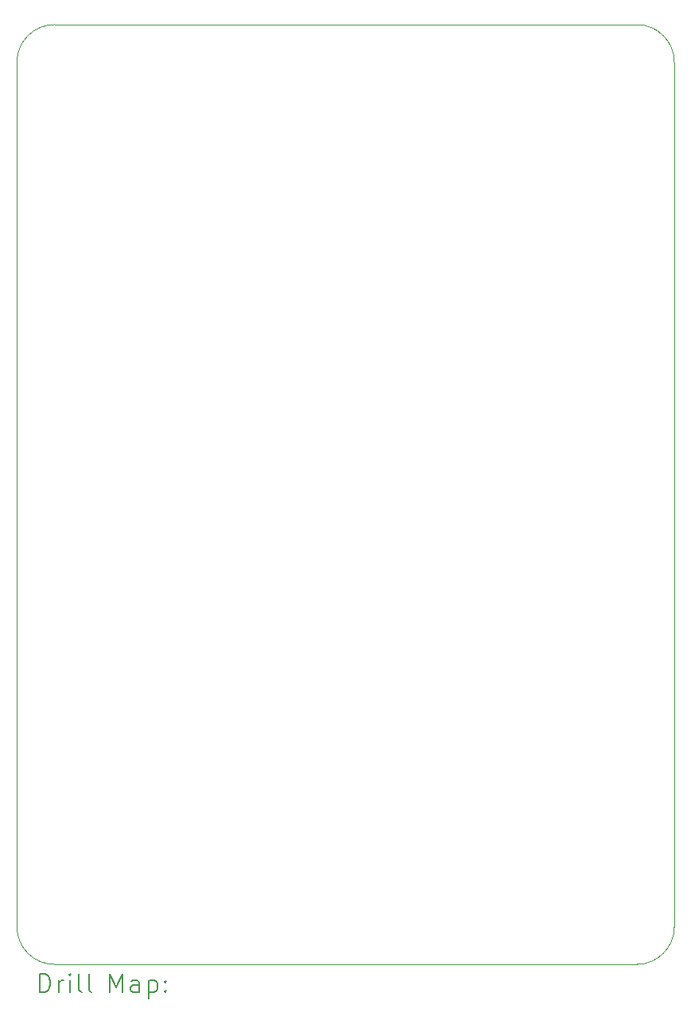
<source format=gbr>
%TF.GenerationSoftware,KiCad,Pcbnew,(7.0.0)*%
%TF.CreationDate,2023-02-28T17:37:01-07:00*%
%TF.ProjectId,keypad,6b657970-6164-42e6-9b69-6361645f7063,rev?*%
%TF.SameCoordinates,Original*%
%TF.FileFunction,Drillmap*%
%TF.FilePolarity,Positive*%
%FSLAX45Y45*%
G04 Gerber Fmt 4.5, Leading zero omitted, Abs format (unit mm)*
G04 Created by KiCad (PCBNEW (7.0.0)) date 2023-02-28 17:37:01*
%MOMM*%
%LPD*%
G01*
G04 APERTURE LIST*
%ADD10C,0.100000*%
%ADD11C,0.200000*%
G04 APERTURE END LIST*
D10*
X17800000Y-5400000D02*
G75*
G03*
X17400000Y-5000000I-400000J0D01*
G01*
X11200000Y-5000000D02*
G75*
G03*
X10800000Y-5400000I0J-400000D01*
G01*
X17400000Y-15000000D02*
X11200000Y-15000000D01*
X17800000Y-5400000D02*
X17800000Y-14600000D01*
X11200000Y-5000000D02*
X17400000Y-5000000D01*
X17400000Y-15000000D02*
G75*
G03*
X17800000Y-14600000I0J400000D01*
G01*
X10800000Y-14600000D02*
G75*
G03*
X11200000Y-15000000I400000J0D01*
G01*
X10800000Y-14600000D02*
X10800000Y-5400000D01*
D11*
X11042619Y-15298476D02*
X11042619Y-15098476D01*
X11042619Y-15098476D02*
X11090238Y-15098476D01*
X11090238Y-15098476D02*
X11118810Y-15108000D01*
X11118810Y-15108000D02*
X11137857Y-15127048D01*
X11137857Y-15127048D02*
X11147381Y-15146095D01*
X11147381Y-15146095D02*
X11156905Y-15184190D01*
X11156905Y-15184190D02*
X11156905Y-15212762D01*
X11156905Y-15212762D02*
X11147381Y-15250857D01*
X11147381Y-15250857D02*
X11137857Y-15269905D01*
X11137857Y-15269905D02*
X11118810Y-15288952D01*
X11118810Y-15288952D02*
X11090238Y-15298476D01*
X11090238Y-15298476D02*
X11042619Y-15298476D01*
X11242619Y-15298476D02*
X11242619Y-15165143D01*
X11242619Y-15203238D02*
X11252143Y-15184190D01*
X11252143Y-15184190D02*
X11261667Y-15174667D01*
X11261667Y-15174667D02*
X11280714Y-15165143D01*
X11280714Y-15165143D02*
X11299762Y-15165143D01*
X11366428Y-15298476D02*
X11366428Y-15165143D01*
X11366428Y-15098476D02*
X11356905Y-15108000D01*
X11356905Y-15108000D02*
X11366428Y-15117524D01*
X11366428Y-15117524D02*
X11375952Y-15108000D01*
X11375952Y-15108000D02*
X11366428Y-15098476D01*
X11366428Y-15098476D02*
X11366428Y-15117524D01*
X11490238Y-15298476D02*
X11471190Y-15288952D01*
X11471190Y-15288952D02*
X11461667Y-15269905D01*
X11461667Y-15269905D02*
X11461667Y-15098476D01*
X11595000Y-15298476D02*
X11575952Y-15288952D01*
X11575952Y-15288952D02*
X11566428Y-15269905D01*
X11566428Y-15269905D02*
X11566428Y-15098476D01*
X11791190Y-15298476D02*
X11791190Y-15098476D01*
X11791190Y-15098476D02*
X11857857Y-15241333D01*
X11857857Y-15241333D02*
X11924524Y-15098476D01*
X11924524Y-15098476D02*
X11924524Y-15298476D01*
X12105476Y-15298476D02*
X12105476Y-15193714D01*
X12105476Y-15193714D02*
X12095952Y-15174667D01*
X12095952Y-15174667D02*
X12076905Y-15165143D01*
X12076905Y-15165143D02*
X12038809Y-15165143D01*
X12038809Y-15165143D02*
X12019762Y-15174667D01*
X12105476Y-15288952D02*
X12086428Y-15298476D01*
X12086428Y-15298476D02*
X12038809Y-15298476D01*
X12038809Y-15298476D02*
X12019762Y-15288952D01*
X12019762Y-15288952D02*
X12010238Y-15269905D01*
X12010238Y-15269905D02*
X12010238Y-15250857D01*
X12010238Y-15250857D02*
X12019762Y-15231809D01*
X12019762Y-15231809D02*
X12038809Y-15222286D01*
X12038809Y-15222286D02*
X12086428Y-15222286D01*
X12086428Y-15222286D02*
X12105476Y-15212762D01*
X12200714Y-15165143D02*
X12200714Y-15365143D01*
X12200714Y-15174667D02*
X12219762Y-15165143D01*
X12219762Y-15165143D02*
X12257857Y-15165143D01*
X12257857Y-15165143D02*
X12276905Y-15174667D01*
X12276905Y-15174667D02*
X12286428Y-15184190D01*
X12286428Y-15184190D02*
X12295952Y-15203238D01*
X12295952Y-15203238D02*
X12295952Y-15260381D01*
X12295952Y-15260381D02*
X12286428Y-15279428D01*
X12286428Y-15279428D02*
X12276905Y-15288952D01*
X12276905Y-15288952D02*
X12257857Y-15298476D01*
X12257857Y-15298476D02*
X12219762Y-15298476D01*
X12219762Y-15298476D02*
X12200714Y-15288952D01*
X12381667Y-15279428D02*
X12391190Y-15288952D01*
X12391190Y-15288952D02*
X12381667Y-15298476D01*
X12381667Y-15298476D02*
X12372143Y-15288952D01*
X12372143Y-15288952D02*
X12381667Y-15279428D01*
X12381667Y-15279428D02*
X12381667Y-15298476D01*
X12381667Y-15174667D02*
X12391190Y-15184190D01*
X12391190Y-15184190D02*
X12381667Y-15193714D01*
X12381667Y-15193714D02*
X12372143Y-15184190D01*
X12372143Y-15184190D02*
X12381667Y-15174667D01*
X12381667Y-15174667D02*
X12381667Y-15193714D01*
M02*

</source>
